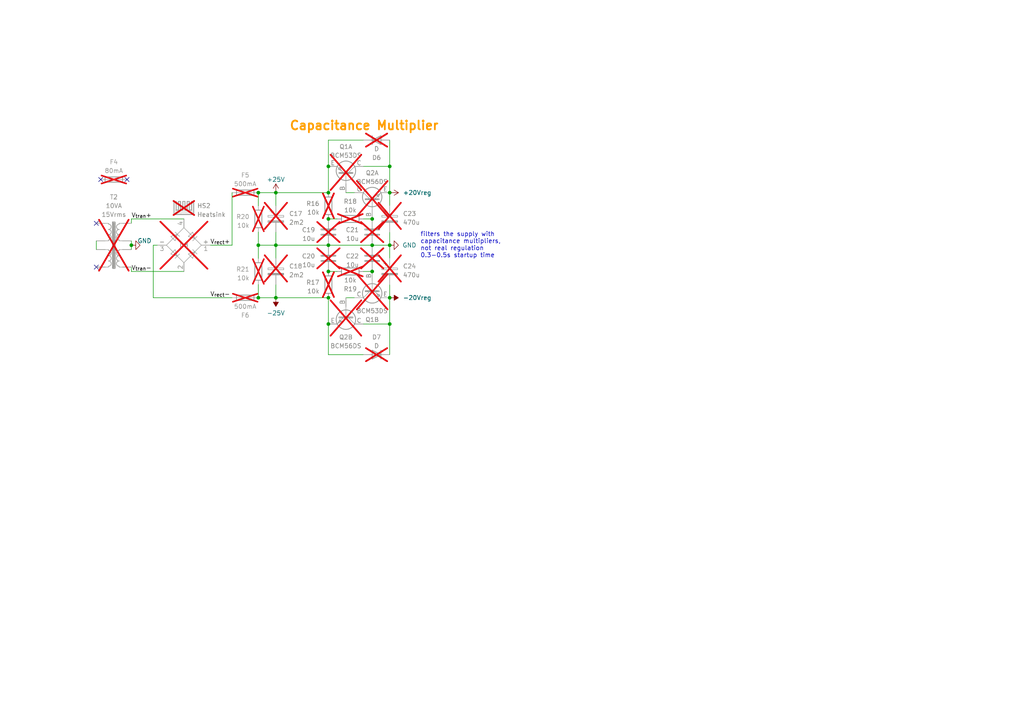
<source format=kicad_sch>
(kicad_sch (version 20230121) (generator eeschema)
  (paper "A4")
  (lib_symbols
    (symbol "Device:C" (pin_numbers hide) (pin_names (offset 0.254))
      (property "Reference" "C" (at 0.635 2.54 0))
      (property "Value" "C" (at 0.635 -2.54 0))
      (symbol "C_0_1"
        (polyline (pts (xy -2.032 -0.762) (xy 2.032 -0.762)) (stroke (width 0.508)))
        (polyline (pts (xy -2.032 0.762) (xy 2.032 0.762)) (stroke (width 0.508)))
      )
      (symbol "C_1_1"
        (pin passive line (at 0 3.81 270) (length 2.794) (name "~") (number "1"))
        (pin passive line (at 0 -3.81 90) (length 2.794) (name "~") (number "2"))
      )
    )
    (symbol "Device:C_Polarized" (pin_numbers hide) (pin_names (offset 0.254))
      (property "Reference" "C" (at 0.635 2.54 0))
      (property "Value" "C_Polarized" (at 0.635 -2.54 0))
      (symbol "C_Polarized_0_1"
        (rectangle (start -2.286 0.508) (end 2.286 1.016))
        (polyline (pts (xy -1.778 2.286) (xy -0.762 2.286)))
        (polyline (pts (xy -1.27 2.794) (xy -1.27 1.778)))
        (rectangle (start 2.286 -0.508) (end -2.286 -1.016) (fill (type outline)))
      )
      (symbol "C_Polarized_1_1"
        (pin passive line (at 0 3.81 270) (length 2.794) (name "~") (number "1"))
        (pin passive line (at 0 -3.81 90) (length 2.794) (name "~") (number "2"))
      )
    )
    (symbol "Device:D" (pin_numbers hide) (pin_names (offset 1.016) hide)
      (property "Reference" "D" (at 0 2.54 0))
      (property "Value" "D" (at 0 -2.54 0))
      (symbol "D_0_1"
        (polyline (pts (xy -1.27 1.27) (xy -1.27 -1.27)) (stroke (width 0.254)))
        (polyline (pts (xy 1.27 0) (xy -1.27 0)))
        (polyline (pts (xy 1.27 1.27) (xy 1.27 -1.27) (xy -1.27 0) (xy 1.27 1.27)) (stroke (width 0.254)))
      )
      (symbol "D_1_1"
        (pin passive line (at -3.81 0 0) (length 2.54) (name "K") (number "1"))
        (pin passive line (at 3.81 0 180) (length 2.54) (name "A") (number "2"))
      )
    )
    (symbol "Device:Fuse" (pin_numbers hide) (pin_names (offset 0))
      (property "Reference" "F" (at 2.032 0 90))
      (property "Value" "Fuse" (at -1.905 0 90))
      (symbol "Fuse_0_1"
        (rectangle (start -0.762 -2.54) (end 0.762 2.54) (stroke (width 0.254)))
        (polyline (pts (xy 0 2.54) (xy 0 -2.54)))
      )
      (symbol "Fuse_1_1"
        (pin passive line (at 0 3.81 270) (length 1.27) (name "~") (number "1"))
        (pin passive line (at 0 -3.81 90) (length 1.27) (name "~") (number "2"))
      )
    )
    (symbol "Device:R" (pin_numbers hide) (pin_names (offset 0))
      (property "Reference" "R" (at 2.032 0 90))
      (property "Value" "R" (at 0 0 90))
      (symbol "R_0_1"
        (rectangle (start -1.016 -2.54) (end 1.016 2.54) (stroke (width 0.254)))
      )
      (symbol "R_1_1"
        (pin passive line (at 0 3.81 270) (length 1.27) (name "~") (number "1"))
        (pin passive line (at 0 -3.81 90) (length 1.27) (name "~") (number "2"))
      )
    )
    (symbol "Diode_Bridge:KBPC1501T" (pin_names (offset 0))
      (property "Reference" "D" (at 7.62 7.62 0))
      (property "Value" "KBPC1501T" (at 7.62 5.08 0))
      (symbol "KBPC1501T_0_1"
        (polyline (pts (xy -2.54 3.81) (xy -1.27 2.54)))
        (polyline (pts (xy -1.27 -2.54) (xy -2.54 -3.81)))
        (polyline (pts (xy 2.54 -1.27) (xy 3.81 -2.54)))
        (polyline (pts (xy 2.54 1.27) (xy 3.81 2.54)))
        (polyline (pts (xy -3.81 2.54) (xy -2.54 1.27) (xy -1.905 3.175) (xy -3.81 2.54)))
        (polyline (pts (xy -2.54 -1.27) (xy -3.81 -2.54) (xy -1.905 -3.175) (xy -2.54 -1.27)))
        (polyline (pts (xy 1.27 2.54) (xy 2.54 3.81) (xy 3.175 1.905) (xy 1.27 2.54)))
        (polyline (pts (xy 3.175 -1.905) (xy 1.27 -2.54) (xy 2.54 -3.81) (xy 3.175 -1.905)))
        (polyline (pts (xy -5.08 0) (xy 0 -5.08) (xy 5.08 0) (xy 0 5.08) (xy -5.08 0)))
      )
      (symbol "KBPC1501T_1_1"
        (pin passive line (at 7.62 0 180) (length 2.54) (name "+") (number "1"))
        (pin passive line (at 0 -7.62 90) (length 2.54) (name "~") (number "2"))
        (pin passive line (at -7.62 0 0) (length 2.54) (name "-") (number "3"))
        (pin passive line (at 0 7.62 270) (length 2.54) (name "~") (number "4"))
      )
    )
    (symbol "Mechanical:Heatsink" (pin_names (offset 1.016))
      (property "Reference" "HS" (at 0 5.08 0))
      (property "Value" "Heatsink" (at 0 -1.27 0))
      (symbol "Heatsink_0_1"
        (polyline (pts (xy -0.3302 1.27) (xy -0.9652 1.27) (xy -0.9652 3.81) (xy -1.6002 3.81) (xy -1.6002 1.27) (xy -2.2352 1.27) (xy -2.2352 3.81) (xy -2.8702 3.81) (xy -2.8702 0) (xy -0.9652 0)) (stroke (width 0.254)) (fill (type background)))
        (polyline (pts (xy -0.3302 1.27) (xy -0.3302 3.81) (xy 0.3048 3.81) (xy 0.3048 1.27) (xy 0.9398 1.27) (xy 0.9398 3.81) (xy 1.5748 3.81) (xy 1.5748 1.27) (xy 2.2098 1.27) (xy 2.2098 3.81) (xy 2.8448 3.81) (xy 2.8448 0) (xy -0.9652 0)) (stroke (width 0.254)) (fill (type background)))
      )
    )
    (symbol "Transformer:TRANSF6" (pin_numbers hide) (pin_names (offset 0))
      (property "Reference" "TR" (at 0 10.16 0))
      (property "Value" "TRANSF6" (at 0 -7.62 0))
      (symbol "TRANSF6_0_1"
        (arc (start -1.524 -4.826) (mid -0.7653 -4.064) (end -1.524 -3.302) (stroke (width 0.2032)))
        (arc (start -1.524 -3.302) (mid -0.7653 -2.54) (end -1.524 -1.778) (stroke (width 0.2032)))
        (arc (start -1.524 -1.778) (mid -0.7653 -1.016) (end -1.524 -0.254) (stroke (width 0.2032)))
        (arc (start -1.524 2.794) (mid -0.7653 3.556) (end -1.524 4.318) (stroke (width 0.2032)))
        (arc (start -1.524 4.318) (mid -0.7653 5.08) (end -1.524 5.842) (stroke (width 0.2032)))
        (arc (start -1.524 5.842) (mid -0.7653 6.604) (end -1.524 7.366) (stroke (width 0.2032)))
        (rectangle (start -0.254 7.874) (end 0.254 -5.334) (stroke (width 0.508)) (fill (type outline)))
        (polyline (pts (xy 1.524 -4.826) (xy 1.524 -5.08) (xy 1.524 -5.08)) (fill (type outline)))
        (polyline (pts (xy 1.524 0) (xy 1.524 -0.254) (xy 1.524 -0.254)) (fill (type outline)))
        (polyline (pts (xy 1.524 0) (xy 2.54 0) (xy 2.54 0)))
        (polyline (pts (xy 1.524 2.54) (xy 1.524 2.794) (xy 1.524 2.794)) (fill (type outline)))
        (polyline (pts (xy 1.524 2.54) (xy 2.54 2.54) (xy 2.54 2.54)))
        (polyline (pts (xy 1.524 7.62) (xy 1.524 7.366) (xy 1.524 7.366)) (fill (type outline)))
        (polyline (pts (xy 1.524 7.62) (xy 2.54 7.62) (xy 2.54 7.62)))
        (polyline (pts (xy 2.54 -5.08) (xy 1.524 -5.08) (xy 1.524 -5.08)))
        (polyline (pts (xy -1.524 -4.826) (xy -1.524 -5.08) (xy -2.54 -5.08) (xy -2.54 -5.08)))
        (polyline (pts (xy -1.524 -0.254) (xy -1.524 0) (xy -2.54 0) (xy -2.54 0)))
        (polyline (pts (xy -1.524 2.794) (xy -1.524 2.54) (xy -2.54 2.54) (xy -2.54 2.54)))
        (polyline (pts (xy -1.524 7.366) (xy -1.524 7.62) (xy -2.54 7.62) (xy -2.54 7.62)))
        (arc (start 1.524 -3.302) (mid 0.7653 -4.064) (end 1.524 -4.826) (stroke (width 0.2032)))
        (arc (start 1.524 -1.778) (mid 0.7653 -2.54) (end 1.524 -3.302) (stroke (width 0.2032)))
        (arc (start 1.524 -0.254) (mid 0.7653 -1.016) (end 1.524 -1.778) (stroke (width 0.2032)))
        (arc (start 1.524 4.318) (mid 0.7653 3.556) (end 1.524 2.794) (stroke (width 0.2032)))
        (arc (start 1.524 5.842) (mid 0.7653 5.08) (end 1.524 4.318) (stroke (width 0.2032)))
        (arc (start 1.524 7.366) (mid 0.7653 6.604) (end 1.524 5.842) (stroke (width 0.2032)))
      )
      (symbol "TRANSF6_1_1"
        (pin passive line (at -5.08 7.62 0) (length 2.54) (name "~") (number "1"))
        (pin passive line (at -5.08 2.54 0) (length 2.54) (name "~") (number "2"))
        (pin passive line (at -5.08 0 0) (length 2.54) (name "~") (number "3"))
        (pin passive line (at -5.08 -5.08 0) (length 2.54) (name "~") (number "4"))
        (pin passive line (at 5.08 -5.08 180) (length 2.54) (name "~") (number "5"))
        (pin passive line (at 5.08 0 180) (length 2.54) (name "~") (number "6"))
        (pin passive line (at 5.08 2.54 180) (length 2.54) (name "~") (number "7"))
        (pin passive line (at 5.08 7.62 180) (length 2.54) (name "~") (number "8"))
      )
    )
    (symbol "library:+20Vreg" (power) (pin_names (offset 0))
      (property "Value" "+20Vreg" (at 0 3.81 0))
      (symbol "+20Vreg_0_1"
        (polyline (pts (xy -0.762 1.27) (xy 0 2.54)))
        (polyline (pts (xy 0 0) (xy 0 2.54)))
        (polyline (pts (xy 0 2.54) (xy 0.762 1.27)))
      )
      (symbol "+20Vreg_1_1"
        (pin power_in line (at 0 0 90) (length 0) hide (name "+20Vreg") (number "1"))
      )
    )
    (symbol "library:+25V" (power) (pin_names (offset 0))
      (property "Value" "+25V" (at 0 3.81 0))
      (symbol "+25V_0_1"
        (polyline (pts (xy -0.762 1.27) (xy 0 2.54)))
        (polyline (pts (xy 0 0) (xy 0 2.54)))
        (polyline (pts (xy 0 2.54) (xy 0.762 1.27)))
      )
      (symbol "+25V_1_1"
        (pin power_in line (at 0 0 90) (length 0) hide (name "+25V") (number "1"))
      )
    )
    (symbol "library:-20Vreg" (power) (pin_names (offset 0))
      (property "Value" "-20Vreg" (at 0 3.81 0))
      (symbol "-20Vreg_0_0"
        (pin power_in line (at 0 0 90) (length 0) hide (name "-20Vreg") (number "1"))
      )
      (symbol "-20Vreg_0_1"
        (polyline (pts (xy 0 0) (xy 0 1.27) (xy 0.762 1.27) (xy 0 2.54) (xy -0.762 1.27) (xy 0 1.27)) (fill (type outline)))
      )
    )
    (symbol "library:-25V" (power) (pin_names (offset 0))
      (property "Value" "-25V" (at 0 3.81 0))
      (symbol "-25V_0_0"
        (pin power_in line (at 0 0 90) (length 0) hide (name "-25V") (number "1"))
      )
      (symbol "-25V_0_1"
        (polyline (pts (xy 0 0) (xy 0 1.27) (xy 0.762 1.27) (xy 0 2.54) (xy -0.762 1.27) (xy 0 1.27)) (fill (type outline)))
      )
    )
    (symbol "library:Dual-NPN" (pin_numbers hide) (pin_names (offset 0))
      (property "Reference" "Q" (at -2.54 6.985 0))
      (property "Value" "NPN" (at -2.54 4.445 0))
      (symbol "Dual-NPN_0_1"
        (polyline (pts (xy -2.54 0) (xy 0.635 0)) (stroke (width 0.1524)))
        (polyline (pts (xy 0.635 0.635) (xy 2.54 2.54)))
        (polyline (pts (xy 2.794 -1.27) (xy 2.794 -1.27)) (stroke (width 0.1524)))
        (polyline (pts (xy 2.794 -1.27) (xy 2.794 -1.27)) (stroke (width 0.1524)))
        (polyline (pts (xy 0.635 -0.635) (xy 2.54 -2.54) (xy 2.54 -2.54)))
        (polyline (pts (xy 0.635 1.905) (xy 0.635 -1.905) (xy 0.635 -1.905)) (stroke (width 0.508)))
        (polyline (pts (xy 1.27 -1.778) (xy 1.778 -1.27) (xy 2.286 -2.286) (xy 1.27 -1.778) (xy 1.27 -1.778)) (fill (type outline)))
        (circle (center 1.27 0) (radius 2.8194) (stroke (width 0.254)))
      )
      (symbol "Dual-NPN_1_1"
        (pin input line (at -5.08 0 0) (length 2.54) (name "B") (number "1"))
        (pin open_emitter line (at 2.54 -5.08 90) (length 2.54) (name "E") (number "5"))
        (pin open_collector line (at 2.54 5.08 270) (length 2.54) (name "C") (number "6"))
      )
      (symbol "Dual-NPN_2_1"
        (pin input line (at -5.08 0 0) (length 2.54) (name "B") (number "2"))
        (pin open_collector line (at 2.54 5.08 270) (length 2.54) (name "C") (number "3"))
        (pin open_emitter line (at 2.54 -5.08 90) (length 2.54) (name "E") (number "4"))
      )
    )
    (symbol "library:Dual-PNP" (pin_numbers hide) (pin_names (offset 0))
      (property "Reference" "Q" (at -2.54 7.62 0))
      (property "Value" "PNP" (at -2.54 5.08 0))
      (symbol "Dual-PNP_0_1"
        (polyline (pts (xy -2.54 0) (xy 0.635 0)) (stroke (width 0.1524)))
        (polyline (pts (xy 0.635 0.635) (xy 2.54 2.54)))
        (polyline (pts (xy 0.635 -0.635) (xy 2.54 -2.54) (xy 2.54 -2.54)))
        (polyline (pts (xy 0.635 1.905) (xy 0.635 -1.905) (xy 0.635 -1.905)) (stroke (width 0.508)))
        (polyline (pts (xy 2.286 -1.778) (xy 1.778 -2.286) (xy 1.27 -1.27) (xy 2.286 -1.778) (xy 2.286 -1.778)) (fill (type outline)))
        (circle (center 1.27 0) (radius 2.8194) (stroke (width 0.254)))
      )
      (symbol "Dual-PNP_1_1"
        (pin input line (at -5.08 0 0) (length 2.54) (name "B") (number "1"))
        (pin open_emitter line (at 2.54 -5.08 90) (length 2.54) (name "E") (number "5"))
        (pin open_collector line (at 2.54 5.08 270) (length 2.54) (name "C") (number "6"))
      )
      (symbol "Dual-PNP_2_1"
        (pin input line (at -5.08 0 0) (length 2.54) (name "B") (number "2"))
        (pin open_collector line (at 2.54 5.08 270) (length 2.54) (name "C") (number "3"))
        (pin open_emitter line (at 2.54 -5.08 90) (length 2.54) (name "E") (number "4"))
      )
    )
    (symbol "power:GND" (power) (pin_names (offset 0))
      (property "Value" "GND" (at 0 -3.81 0))
      (symbol "GND_0_1"
        (polyline (pts (xy 0 0) (xy 0 -1.27) (xy 1.27 -1.27) (xy 0 -2.54) (xy -1.27 -1.27) (xy 0 -1.27)))
      )
      (symbol "GND_1_1"
        (pin power_in line (at 0 0 270) (length 0) hide (name "GND") (number "1"))
      )
    )
  )
  (junction (at 95.25 86.36))
  (junction (at 113.03 93.98))
  (junction (at 95.25 63.5))
  (junction (at 80.01 55.88))
  (junction (at 74.93 71.12))
  (junction (at 95.25 48.26))
  (junction (at 95.25 55.88))
  (junction (at 74.93 86.36))
  (junction (at 113.03 71.12))
  (junction (at 95.25 93.98))
  (junction (at 95.25 78.74))
  (junction (at 113.03 55.88))
  (junction (at 38.1 71.12))
  (junction (at 74.93 55.88))
  (junction (at 95.25 71.12))
  (junction (at 107.95 78.74))
  (junction (at 80.01 86.36))
  (junction (at 107.95 71.12))
  (junction (at 80.01 71.12))
  (junction (at 107.95 63.5))
  (junction (at 113.03 48.26))
  (junction (at 113.03 86.36))
  (no_connect (at 36.83 52.07))
  (no_connect (at 27.94 64.77))
  (no_connect (at 27.94 77.47))
  (no_connect (at 29.21 52.07))
  (wire (pts (xy 80.01 67.31) (xy 80.01 71.12)))
  (wire (pts (xy 44.45 71.12) (xy 45.72 71.12)))
  (wire (pts (xy 67.31 55.88) (xy 67.31 71.12)))
  (wire (pts (xy 105.41 78.74) (xy 107.95 78.74)))
  (wire (pts (xy 80.01 55.88) (xy 80.01 59.69)))
  (wire (pts (xy 105.41 93.98) (xy 113.03 93.98)))
  (wire (pts (xy 38.1 63.5) (xy 38.1 64.77)))
  (wire (pts (xy 44.45 71.12) (xy 44.45 86.36)))
  (wire (pts (xy 27.94 69.85) (xy 27.94 72.39)))
  (wire (pts (xy 74.93 86.36) (xy 80.01 86.36)))
  (wire (pts (xy 44.45 86.36) (xy 67.31 86.36)))
  (wire (pts (xy 113.03 40.64) (xy 113.03 48.26)))
  (wire (pts (xy 100.33 86.36) (xy 102.87 86.36)))
  (wire (pts (xy 95.25 63.5) (xy 97.79 63.5)))
  (wire (pts (xy 100.33 55.88) (xy 102.87 55.88)))
  (wire (pts (xy 95.25 78.74) (xy 97.79 78.74)))
  (wire (pts (xy 74.93 71.12) (xy 80.01 71.12)))
  (wire (pts (xy 95.25 102.87) (xy 95.25 93.98)))
  (wire (pts (xy 105.41 63.5) (xy 107.95 63.5)))
  (wire (pts (xy 105.41 102.87) (xy 95.25 102.87)))
  (wire (pts (xy 113.03 82.55) (xy 113.03 86.36)))
  (wire (pts (xy 107.95 71.12) (xy 113.03 71.12)))
  (wire (pts (xy 74.93 55.88) (xy 74.93 59.69)))
  (wire (pts (xy 95.25 48.26) (xy 95.25 40.64)))
  (wire (pts (xy 80.01 82.55) (xy 80.01 86.36)))
  (wire (pts (xy 74.93 67.31) (xy 74.93 71.12)))
  (wire (pts (xy 74.93 71.12) (xy 74.93 74.93)))
  (wire (pts (xy 38.1 63.5) (xy 53.34 63.5)))
  (wire (pts (xy 95.25 40.64) (xy 105.41 40.64)))
  (wire (pts (xy 80.01 71.12) (xy 95.25 71.12)))
  (wire (pts (xy 113.03 67.31) (xy 113.03 71.12)))
  (wire (pts (xy 113.03 93.98) (xy 113.03 86.36)))
  (wire (pts (xy 113.03 55.88) (xy 113.03 48.26)))
  (wire (pts (xy 113.03 102.87) (xy 113.03 93.98)))
  (wire (pts (xy 113.03 71.12) (xy 113.03 74.93)))
  (wire (pts (xy 95.25 71.12) (xy 107.95 71.12)))
  (wire (pts (xy 74.93 55.88) (xy 80.01 55.88)))
  (wire (pts (xy 80.01 86.36) (xy 95.25 86.36)))
  (wire (pts (xy 38.1 77.47) (xy 38.1 78.74)))
  (wire (pts (xy 113.03 59.69) (xy 113.03 55.88)))
  (wire (pts (xy 38.1 78.74) (xy 53.34 78.74)))
  (wire (pts (xy 38.1 71.12) (xy 38.1 72.39)))
  (wire (pts (xy 38.1 69.85) (xy 38.1 71.12)))
  (wire (pts (xy 105.41 48.26) (xy 113.03 48.26)))
  (wire (pts (xy 74.93 82.55) (xy 74.93 86.36)))
  (wire (pts (xy 95.25 86.36) (xy 95.25 93.98)))
  (wire (pts (xy 95.25 48.26) (xy 95.25 55.88)))
  (wire (pts (xy 80.01 71.12) (xy 80.01 74.93)))
  (wire (pts (xy 60.96 71.12) (xy 67.31 71.12)))
  (wire (pts (xy 80.01 55.88) (xy 95.25 55.88)))
  (text "Capacitance Multiplier" (at 83.82 38.1 0) (effects (font (size 2.54 2.54) (thickness 0.508) bold) (justify left bottom)))
  (text "filters the supply with\ncapacitance multipliers,\nnot real regulation\n0.3-0.5s startup time" (at 121.92 74.93 0) (effects (font (size 1.27 1.27)) (justify left bottom)))
  (label "V_{rect}+" (at 60.96 71.12 0))
  (label "V_{tran}-" (at 38.1 78.74 0))
  (label "V_{tran}+" (at 38.1 63.5 0))
  (label "V_{rect}-" (at 60.96 86.36 0))
  (symbol (lib_id "Mechanical:Heatsink") (at 53.34 62.23 0) (unit 1) (in_bom no) (on_board no) (dnp yes)
    (property "Reference" "HS2" (at 57.15 59.69 0) (effects (justify left)))
    (property "Value" "Heatsink" (at 57.15 62.23 0) (effects (justify left)))
    (property "Footprint" "library:Heatsink_10x10" (effects hide))
    (instances (project "power_supply" (path "" (reference "HS2") (unit 1)) (path "" (reference "HS2") (unit 1))) (project "dac" (path "" (reference "HS1") (unit 1))))
  )
  (symbol (lib_id "Device:C_Polarized") (at 80.01 63.5 0) (unit 1) (in_bom no) (on_board no) (dnp yes)
    (property "Reference" "C17" (at 83.82 61.976 0) (effects (justify left)))
    (property "Value" "2m2" (at 83.82 64.516 0) (effects (justify left)))
    (property "Footprint" "Capacitor_THT:CP_Radial_D12.5mm_P5.00mm" (effects hide))
    (property "Datasheet" "https://www.rubycon.co.jp/wp-content/uploads/catalog-aluminum/ZLQ.pdf" (effects hide))
    (property "Digikey" "1189-3669-ND" (effects hide))
    (instances (project "power_supply" (path "" (reference "C17") (unit 1)) (path "" (reference "C17") (unit 1))) (project "dac" (path "" (reference "C9") (unit 1))))
  )
  (symbol (lib_id "Device:R") (at 74.93 63.5 0) (mirror y) (unit 1) (in_bom no) (on_board no) (dnp yes)
    (property "Reference" "R20" (at 72.39 62.865 0) (effects (justify left)))
    (property "Value" "10k" (at 72.39 65.405 0) (effects (justify left)))
    (property "Footprint" "Resistor_SMD:R_1206_3216Metric_Pad1.30x1.75mm_HandSolder" (effects hide))
    (instances (project "power_supply" (path "" (reference "R20") (unit 1)) (path "" (reference "R16") (unit 1))) (project "dac" (path "" (reference "R6") (unit 1))))
  )
  (symbol (lib_id "Device:D") (at 109.22 40.64 0) (mirror x) (unit 1) (in_bom no) (on_board no) (dnp yes)
    (property "Reference" "D6" (at 109.22 45.72 0))
    (property "Value" "D" (at 109.22 43.18 0))
    (property "Footprint" "Diode_SMD:D_SOD-323_HandSoldering" (effects hide))
    (instances (project "power_supply" (path "" (reference "D6") (unit 1)) (path "" (reference "D7") (unit 1))))
  )
  (symbol (lib_id "Device:C") (at 95.25 74.93 0) (mirror y) (unit 1) (in_bom no) (on_board no) (dnp yes)
    (property "Reference" "C20" (at 91.44 74.295 0) (effects (justify left)))
    (property "Value" "10u" (at 91.44 76.835 0) (effects (justify left)))
    (property "Footprint" "Capacitor_SMD:C_1206_3216Metric_Pad1.33x1.80mm_HandSolder" (effects hide))
    (property "Datasheet" "https://media.digikey.com/pdf/Data%20Sheets/Samsung%20PDFs/CL31B106KAHNFNE_Spec.pdf" (effects hide))
    (property "Digikey" "1276-3100-1-ND" (effects hide))
    (instances (project "power_supply" (path "" (reference "C20") (unit 1)) (path "" (reference "C20") (unit 1))) (project "dac" (path "" (reference "C11") (unit 1))))
  )
  (symbol (lib_id "Device:C") (at 95.25 67.31 0) (mirror y) (unit 1) (in_bom no) (on_board no) (dnp yes)
    (property "Reference" "C19" (at 91.44 66.675 0) (effects (justify left)))
    (property "Value" "10u" (at 91.44 69.215 0) (effects (justify left)))
    (property "Footprint" "Capacitor_SMD:C_1206_3216Metric_Pad1.33x1.80mm_HandSolder" (effects hide))
    (property "Datasheet" "https://media.digikey.com/pdf/Data%20Sheets/Samsung%20PDFs/CL31B106KAHNFNE_Spec.pdf" (effects hide))
    (property "Digikey" "1276-3100-1-ND" (effects hide))
    (instances (project "power_supply" (path "" (reference "C19") (unit 1)) (path "" (reference "C19") (unit 1))) (project "dac" (path "" (reference "C11") (unit 1))))
  )
  (symbol (lib_id "Device:C") (at 107.95 67.31 0) (mirror y) (unit 1) (in_bom no) (on_board no) (dnp yes)
    (property "Reference" "C21" (at 104.14 66.675 0) (effects (justify left)))
    (property "Value" "10u" (at 104.14 69.215 0) (effects (justify left)))
    (property "Footprint" "Capacitor_SMD:C_1206_3216Metric_Pad1.33x1.80mm_HandSolder" (effects hide))
    (property "Datasheet" "https://media.digikey.com/pdf/Data%20Sheets/Samsung%20PDFs/CL31B106KAHNFNE_Spec.pdf" (effects hide))
    (property "Digikey" "1276-3100-1-ND" (effects hide))
    (instances (project "power_supply" (path "" (reference "C21") (unit 1)) (path "" (reference "C21") (unit 1))) (project "dac" (path "" (reference "C11") (unit 1))))
  )
  (symbol (lib_id "library:-20Vreg") (at 113.03 86.36 270) (mirror x) (unit 1)
    (property "Reference" "#PWR038" (effects hide))
    (property "Value" "-20Vreg" (at 116.84 86.36 90) (effects (justify left)))
    (instances (project "power_supply" (path "" (reference "#PWR038") (unit 1)) (path "" (reference "#PWR044") (unit 1))))
  )
  (symbol (lib_id "library:-25V") (at 80.01 86.36 0) (mirror x) (unit 1)
    (property "Reference" "#PWR027" (effects hide))
    (property "Value" "-25V" (at 80.01 90.805 0))
    (instances (project "power_supply" (path "" (reference "#PWR027") (unit 1)) (path "" (reference "#PWR041") (unit 1))))
  )
  (symbol (lib_id "Device:C_Polarized") (at 80.01 78.74 0) (unit 1) (in_bom no) (on_board no) (dnp yes)
    (property "Reference" "C18" (at 83.82 77.216 0) (effects (justify left)))
    (property "Value" "2m2" (at 83.82 79.756 0) (effects (justify left)))
    (property "Footprint" "Capacitor_THT:CP_Radial_D12.5mm_P5.00mm" (effects hide))
    (property "Datasheet" "https://www.rubycon.co.jp/wp-content/uploads/catalog-aluminum/ZLQ.pdf" (effects hide))
    (property "Digikey" "1189-3669-ND" (effects hide))
    (instances (project "power_supply" (path "" (reference "C18") (unit 1)) (path "" (reference "C18") (unit 1))) (project "dac" (path "" (reference "C10") (unit 1))))
  )
  (symbol (lib_id "Device:C_Polarized") (at 113.03 78.74 0) (unit 1) (in_bom no) (on_board no) (dnp yes)
    (property "Reference" "C24" (at 116.84 77.216 0) (effects (justify left)))
    (property "Value" "470u" (at 116.84 79.756 0) (effects (justify left)))
    (property "Footprint" "Capacitor_THT:CP_Radial_D10.0mm_P5.00mm" (effects hide))
    (property "Datasheet" "https://download.datasheets.com/pdfs/2016/10/6/6/6/44/578/nch_/manual/93896153625063e-uvr.pdf" (effects hide))
    (property "Digikey" "493-5931-1-ND" (effects hide))
    (instances (project "power_supply" (path "" (reference "C24") (unit 1)) (path "" (reference "C24") (unit 1))) (project "dac" (path "" (reference "C4") (unit 1))))
  )
  (symbol (lib_id "Device:D") (at 109.22 102.87 0) (mirror y) (unit 1) (in_bom no) (on_board no) (dnp yes)
    (property "Reference" "D7" (at 109.22 97.79 0))
    (property "Value" "D" (at 109.22 100.33 0))
    (property "Footprint" "Diode_SMD:D_SOD-323_HandSoldering" (effects hide))
    (instances (project "power_supply" (path "" (reference "D7") (unit 1)) (path "" (reference "D8") (unit 1))))
  )
  (symbol (lib_id "Transformer:TRANSF6") (at 33.02 72.39 0) (unit 1) (in_bom no) (on_board no) (dnp yes)
    (property "Reference" "T2" (at 33.02 57.15 0))
    (property "Value" "70043K" (effects hide))
    (property "Footprint" "library:Talema_Transformer_2P2S_10VA" (effects hide))
    (property "Datasheet" "https://talema.com/wp-content/uploads/datasheets/Transformer-Catalog.pdf" (effects hide))
    (property "Spannung" "15Vrms" (at 33.02 62.23 0))
    (property "Leistung" "10VA" (at 33.02 59.69 0))
    (property "Digikey" "1295-1043-ND" (effects hide))
    (instances (project "power_supply" (path "" (reference "T2") (unit 1)) (path "" (reference "T2") (unit 1))) (project "dac" (path "" (reference "T1") (unit 1))))
  )
  (symbol (lib_id "library:+25V") (at 80.01 55.88 0) (unit 1)
    (property "Reference" "#PWR026" (effects hide))
    (property "Value" "+25V" (at 80.01 52.07 0))
    (instances (project "power_supply" (path "" (reference "#PWR026") (unit 1)) (path "" (reference "#PWR040") (unit 1))))
  )
  (symbol (lib_id "Device:R") (at 74.93 78.74 0) (mirror y) (unit 1) (in_bom no) (on_board no) (dnp yes)
    (property "Reference" "R21" (at 72.39 78.105 0) (effects (justify left)))
    (property "Value" "10k" (at 72.39 80.645 0) (effects (justify left)))
    (property "Footprint" "Resistor_SMD:R_1206_3216Metric_Pad1.30x1.75mm_HandSolder" (effects hide))
    (instances (project "power_supply" (path "" (reference "R21") (unit 1)) (path "" (reference "R17") (unit 1))) (project "dac" (path "" (reference "R7") (unit 1))))
  )
  (symbol (lib_id "library:Dual-NPN") (at 107.95 58.42 90) (unit 1) (in_bom no) (on_board no) (dnp yes)
    (property "Reference" "Q2" (at 107.95 50.165 90))
    (property "Value" "BCM56DS" (at 107.95 52.705 90))
    (property "Footprint" "Package_SO:SC-74-6_1.5x2.9mm_P0.95mm" (effects hide))
    (property "Datasheet" "https://assets.nexperia.com/documents/data-sheet/BCM56DS.pdf" (effects hide))
    (property "Digikey" "1727-7829-1-ND" (effects hide))
    (instances (project "power_supply" (path "" (reference "Q2") (unit 1)) (path "" (reference "Q2") (unit 1))) (project "dac" (path "" (reference "Q9") (unit 1))))
  )
  (symbol (lib_id "library:Dual-PNP") (at 100.33 50.8 270) (mirror x) (unit 1) (in_bom no) (on_board no) (dnp yes)
    (property "Reference" "Q1" (at 100.33 42.545 90))
    (property "Value" "BCM53DS" (at 100.33 45.085 90))
    (property "Footprint" "Package_SO:SC-74-6_1.5x2.9mm_P0.95mm" (effects hide))
    (property "Datasheet" "https://assets.nexperia.com/documents/data-sheet/BCM53DS.pdf" (effects hide))
    (property "Digikey" "1727-7828-1-ND" (effects hide))
    (instances (project "power_supply" (path "" (reference "Q1") (unit 1)) (path "" (reference "Q1") (unit 1))) (project "dac" (path "" (reference "Q7") (unit 1))))
  )
  (symbol (lib_id "power:GND") (at 113.03 71.12 90) (mirror x) (unit 1)
    (property "Reference" "#PWR037" (effects hide))
    (property "Value" "GND" (at 118.745 71.12 90))
    (instances (project "power_supply" (path "" (reference "#PWR037") (unit 1)) (path "" (reference "#PWR043") (unit 1))))
  )
  (symbol (lib_id "Device:R") (at 101.6 78.74 90) (mirror x) (unit 1) (in_bom no) (on_board no) (dnp yes)
    (property "Reference" "R19" (at 101.6 83.82 90))
    (property "Value" "10k" (at 101.6 81.28 90))
    (property "Footprint" "Resistor_SMD:R_1206_3216Metric_Pad1.30x1.75mm_HandSolder" (effects hide))
    (instances (project "power_supply" (path "" (reference "R19") (unit 1)) (path "" (reference "R21") (unit 1))) (project "dac" (path "" (reference "R9") (unit 1))))
  )
  (symbol (lib_id "Device:C") (at 107.95 74.93 0) (mirror y) (unit 1) (in_bom no) (on_board no) (dnp yes)
    (property "Reference" "C22" (at 104.14 74.295 0) (effects (justify left)))
    (property "Value" "10u" (at 104.14 76.835 0) (effects (justify left)))
    (property "Footprint" "Capacitor_SMD:C_1206_3216Metric_Pad1.33x1.80mm_HandSolder" (effects hide))
    (property "Datasheet" "https://media.digikey.com/pdf/Data%20Sheets/Samsung%20PDFs/CL31B106KAHNFNE_Spec.pdf" (effects hide))
    (property "Digikey" "1276-3100-1-ND" (effects hide))
    (instances (project "power_supply" (path "" (reference "C22") (unit 1)) (path "" (reference "C22") (unit 1))) (project "dac" (path "" (reference "C11") (unit 1))))
  )
  (symbol (lib_id "Device:R") (at 95.25 59.69 0) (mirror y) (unit 1) (in_bom no) (on_board no) (dnp yes)
    (property "Reference" "R16" (at 92.71 59.055 0) (effects (justify left)))
    (property "Value" "10k" (at 92.71 61.595 0) (effects (justify left)))
    (property "Footprint" "Resistor_SMD:R_1206_3216Metric_Pad1.30x1.75mm_HandSolder" (effects hide))
    (instances (project "power_supply" (path "" (reference "R16") (unit 1)) (path "" (reference "R18") (unit 1))) (project "dac" (path "" (reference "R6") (unit 1))))
  )
  (symbol (lib_id "Device:Fuse") (at 71.12 86.36 90) (mirror x) (unit 1) (in_bom no) (on_board no) (dnp yes)
    (property "Reference" "F6" (at 71.12 91.44 90))
    (property "Value" "500mA" (at 71.12 88.9 90))
    (property "Footprint" "Fuse:Fuse_Schurter_UMT250" (effects hide))
    (property "Datasheet" "https://www.schurter.com/en/datasheet/typ_UMT_250.pdf" (effects hide))
    (property "Digikey" "486-3478-1-ND" (effects hide))
  )
  (symbol (lib_id "Device:Fuse") (at 33.02 52.07 90) (unit 1) (in_bom no) (on_board no) (dnp yes)
    (property "Reference" "F4" (at 33.02 46.99 90))
    (property "Value" "80mA" (at 33.02 49.53 90))
    (property "Footprint" "Fuse:Fuse_Littelfuse_372_D8.50mm" (effects hide))
    (property "Datasheet" "https://www.schurter.com/en/datasheet/typ_MST_250.pdf" (effects hide))
    (property "Digikey" "486-1461-ND" (effects hide))
  )
  (symbol (lib_id "Device:C_Polarized") (at 113.03 63.5 0) (unit 1) (in_bom no) (on_board no) (dnp yes)
    (property "Reference" "C23" (at 116.84 61.976 0) (effects (justify left)))
    (property "Value" "470u" (at 116.84 64.516 0) (effects (justify left)))
    (property "Footprint" "Capacitor_THT:CP_Radial_D10.0mm_P5.00mm" (effects hide))
    (property "Datasheet" "https://download.datasheets.com/pdfs/2016/10/6/6/6/44/578/nch_/manual/93896153625063e-uvr.pdf" (effects hide))
    (property "Digikey" "493-5931-1-ND" (effects hide))
    (instances (project "power_supply" (path "" (reference "C23") (unit 1)) (path "" (reference "C23") (unit 1))) (project "dac" (path "" (reference "C4") (unit 1))))
  )
  (symbol (lib_id "Device:Fuse") (at 71.12 55.88 90) (unit 1) (in_bom no) (on_board no) (dnp yes)
    (property "Reference" "F5" (at 71.12 50.8 90))
    (property "Value" "500mA" (at 71.12 53.34 90))
    (property "Footprint" "Fuse:Fuse_Schurter_UMT250" (effects hide))
    (property "Datasheet" "https://www.schurter.com/en/datasheet/typ_UMT_250.pdf" (effects hide))
    (property "Digikey" "486-3478-1-ND" (effects hide))
  )
  (symbol (lib_id "power:GND") (at 38.1 71.12 90) (mirror x) (unit 1)
    (property "Reference" "#PWR040" (effects hide))
    (property "Value" "GND" (at 41.91 69.85 90))
    (instances (project "power_supply" (path "" (reference "#PWR040") (unit 1)) (path "" (reference "#PWR039") (unit 1))))
  )
  (symbol (lib_id "Device:R") (at 95.25 82.55 0) (mirror y) (unit 1) (in_bom no) (on_board no) (dnp yes)
    (property "Reference" "R17" (at 92.71 81.915 0) (effects (justify left)))
    (property "Value" "10k" (at 92.71 84.455 0) (effects (justify left)))
    (property "Footprint" "Resistor_SMD:R_1206_3216Metric_Pad1.30x1.75mm_HandSolder" (effects hide))
    (instances (project "power_supply" (path "" (reference "R17") (unit 1)) (path "" (reference "R19") (unit 1))) (project "dac" (path "" (reference "R6") (unit 1))))
  )
  (symbol (lib_id "library:+20Vreg") (at 113.03 55.88 270) (mirror x) (unit 1)
    (property "Reference" "#PWR036" (effects hide))
    (property "Value" "+20Vreg" (at 116.84 55.88 90) (effects (justify left)))
    (instances (project "power_supply" (path "" (reference "#PWR036") (unit 1)) (path "" (reference "#PWR042") (unit 1))))
  )
  (symbol (lib_id "Diode_Bridge:KBPC1501T") (at 53.34 71.12 0) (unit 1) (in_bom no) (on_board no) (dnp yes)
    (property "Reference" "D8" (at 53.34 71.12 0))
    (property "Footprint" "Diode_SMD:Diode_Bridge_Vishay_MBLS" (effects hide))
    (property "Datasheet" "https://www.panjit.com.tw/upload/datasheet/TS360ILS.pdf" (effects hide))
    (property "Digikey" "3757-TS360ILS_R1_00001CT-ND" (effects hide))
    (instances (project "power_supply" (path "" (reference "D8") (unit 1)) (path "" (reference "D6") (unit 1))) (project "dac" (path "" (reference "D5") (unit 1))))
  )
  (symbol (lib_id "Device:R") (at 101.6 63.5 90) (unit 1) (in_bom no) (on_board no) (dnp yes)
    (property "Reference" "R18" (at 101.6 58.42 90))
    (property "Value" "10k" (at 101.6 60.96 90))
    (property "Footprint" "Resistor_SMD:R_1206_3216Metric_Pad1.30x1.75mm_HandSolder" (effects hide))
    (instances (project "power_supply" (path "" (reference "R18") (unit 1)) (path "" (reference "R20") (unit 1))) (project "dac" (path "" (reference "R9") (unit 1))))
  )
  (symbol (lib_id "library:Dual-PNP") (at 107.95 83.82 90) (mirror x) (unit 2) (in_bom no) (on_board no) (dnp yes)
    (property "Reference" "Q1" (at 107.95 92.71 90))
    (property "Value" "BCM53DS" (at 107.95 90.17 90))
    (property "Footprint" "Package_SO:SC-74-6_1.5x2.9mm_P0.95mm" (effects hide))
    (property "Datasheet" "https://assets.nexperia.com/documents/data-sheet/BCM53DS.pdf" (effects hide))
    (property "Digikey" "1727-7828-1-ND" (effects hide))
    (instances (project "power_supply" (path "" (reference "Q1") (unit 2)) (path "" (reference "Q1") (unit 2))) (project "dac" (path "" (reference "Q7") (unit 2))))
  )
  (symbol (lib_id "library:Dual-NPN") (at 100.33 91.44 270) (unit 2) (in_bom no) (on_board no) (dnp yes)
    (property "Reference" "Q2" (at 100.33 97.79 90))
    (property "Value" "BCM56DS" (at 100.33 100.33 90))
    (property "Footprint" "Package_SO:SC-74-6_1.5x2.9mm_P0.95mm" (effects hide))
    (property "Datasheet" "https://assets.nexperia.com/documents/data-sheet/BCM56DS.pdf" (effects hide))
    (property "Digikey" "1727-7829-1-ND" (effects hide))
    (instances (project "power_supply" (path "" (reference "Q2") (unit 2)) (path "" (reference "Q2") (unit 2))) (project "dac" (path "" (reference "Q9") (unit 2))))
  )
)
</source>
